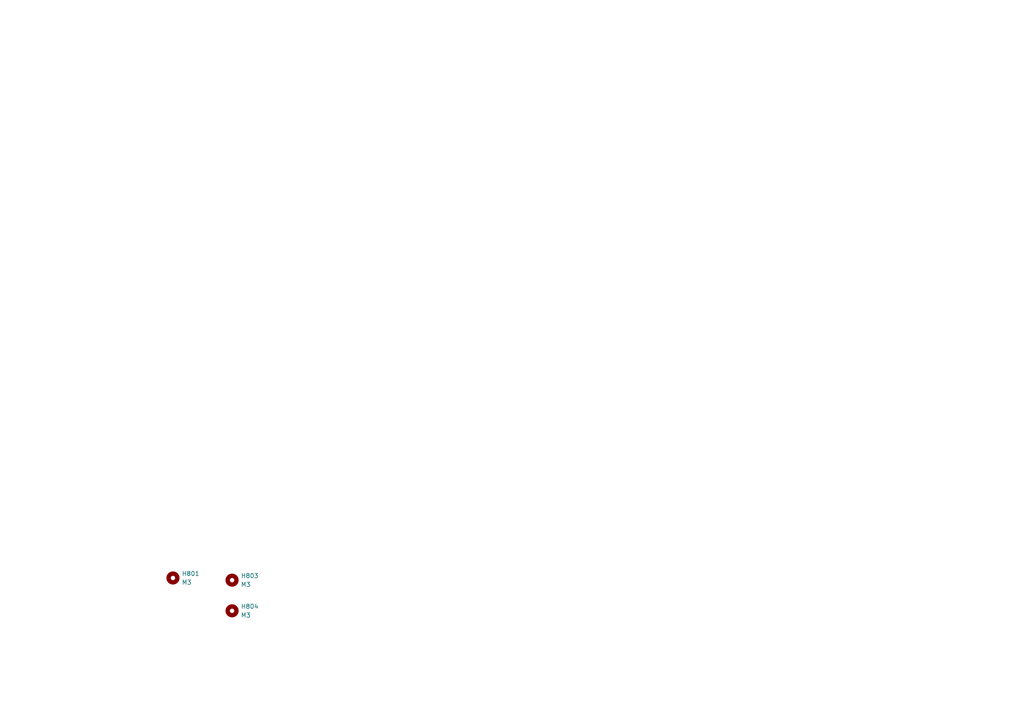
<source format=kicad_sch>
(kicad_sch (version 20231120) (generator "eeschema") (generator_version "8.0")
  (paper "A4")
  (title_block (title "${TITLE}") (date "2025-01-26") (rev "${REVISION}") (company "${LINK}") (comment 1 "${AUTHOR}"))
  (lib_symbols
    (symbol "Mechanical:MountingHole" (pin_names (offset 1.016)) (exclude_from_sim yes) (in_bom no)
      (property "Reference" "H" (at 0 5.08 0))
      (property "Value" "MountingHole" (at 0 3.175 0))
      (symbol "MountingHole_0_1"
        (circle (center 0 0) (radius 1.27) (stroke (width 1.27)))
      )
    )
  )
  (symbol (lib_id "Mechanical:MountingHole") (at 50.165 167.64 0) (unit 1) (exclude_from_sim yes) (in_bom no)
    (property "Reference" "H801" (at 52.705 166.3699 0) (effects (justify left)))
    (property "Value" "M3" (at 52.705 168.9099 0) (effects (justify left)))
    (property "Footprint" "MountingHole:MountingHole_3.2mm_M3_DIN965" (effects (hide yes)))
    (property "Description" "Mounting Hole without connection" (effects (hide yes)))
  )
  (symbol (lib_id "Mechanical:MountingHole") (at 67.31 168.275 0) (unit 1) (exclude_from_sim yes) (in_bom no)
    (property "Reference" "H803" (at 69.85 167.0049 0) (effects (justify left)))
    (property "Value" "M3" (at 69.85 169.5449 0) (effects (justify left)))
    (property "Footprint" "MountingHole:MountingHole_3.2mm_M3_DIN965" (effects (hide yes)))
    (property "Description" "Mounting Hole without connection" (effects (hide yes)))
  )
  (symbol (lib_id "Mechanical:MountingHole") (at 67.31 177.165 0) (unit 1) (exclude_from_sim yes) (in_bom no)
    (property "Reference" "H804" (at 69.85 175.8949 0) (effects (justify left)))
    (property "Value" "M3" (at 69.85 178.4349 0) (effects (justify left)))
    (property "Footprint" "MountingHole:MountingHole_3.2mm_M3_DIN965" (effects (hide yes)))
    (property "Description" "Mounting Hole without connection" (effects (hide yes)))
  )
)
</source>
